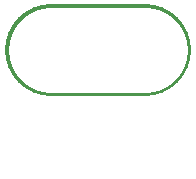
<source format=gbo>
%TF.GenerationSoftware,KiCad,Pcbnew,4.0.5-e0-6337~49~ubuntu16.04.1*%
%TF.CreationDate,2017-02-14T01:13:16-08:00*%
%TF.ProjectId,2x2-LED-TH-5mm-Pitch,3278322D4C45442D54482D356D6D2D50,1.0*%
%TF.FileFunction,Legend,Bot*%
%FSLAX46Y46*%
G04 Gerber Fmt 4.6, Leading zero omitted, Abs format (unit mm)*
G04 Created by KiCad (PCBNEW 4.0.5-e0-6337~49~ubuntu16.04.1) date Tue Feb 14 01:13:16 2017*
%MOMM*%
%LPD*%
G01*
G04 APERTURE LIST*
%ADD10C,0.350000*%
%ADD11C,7.800000*%
%ADD12C,0.150000*%
%ADD13C,7.200000*%
%ADD14C,2.152400*%
%ADD15C,2.052400*%
%ADD16C,6.152400*%
G04 APERTURE END LIST*
D10*
D11*
X138557000Y-96267000D02*
X130557000Y-96267000D01*
D12*
X134937952Y-106338429D02*
X134176047Y-106338429D01*
X134556999Y-106719381D02*
X134556999Y-105957476D01*
%LPC*%
D13*
X130557000Y-104267000D02*
X138557000Y-104267000D01*
X130557000Y-96267000D02*
X138557000Y-96267000D01*
D14*
X134557000Y-102767000D03*
D15*
X134557000Y-97767000D03*
D16*
X138557000Y-96267000D03*
X138557000Y-104267000D03*
X130557000Y-104267000D03*
X130557000Y-96267000D03*
M02*

</source>
